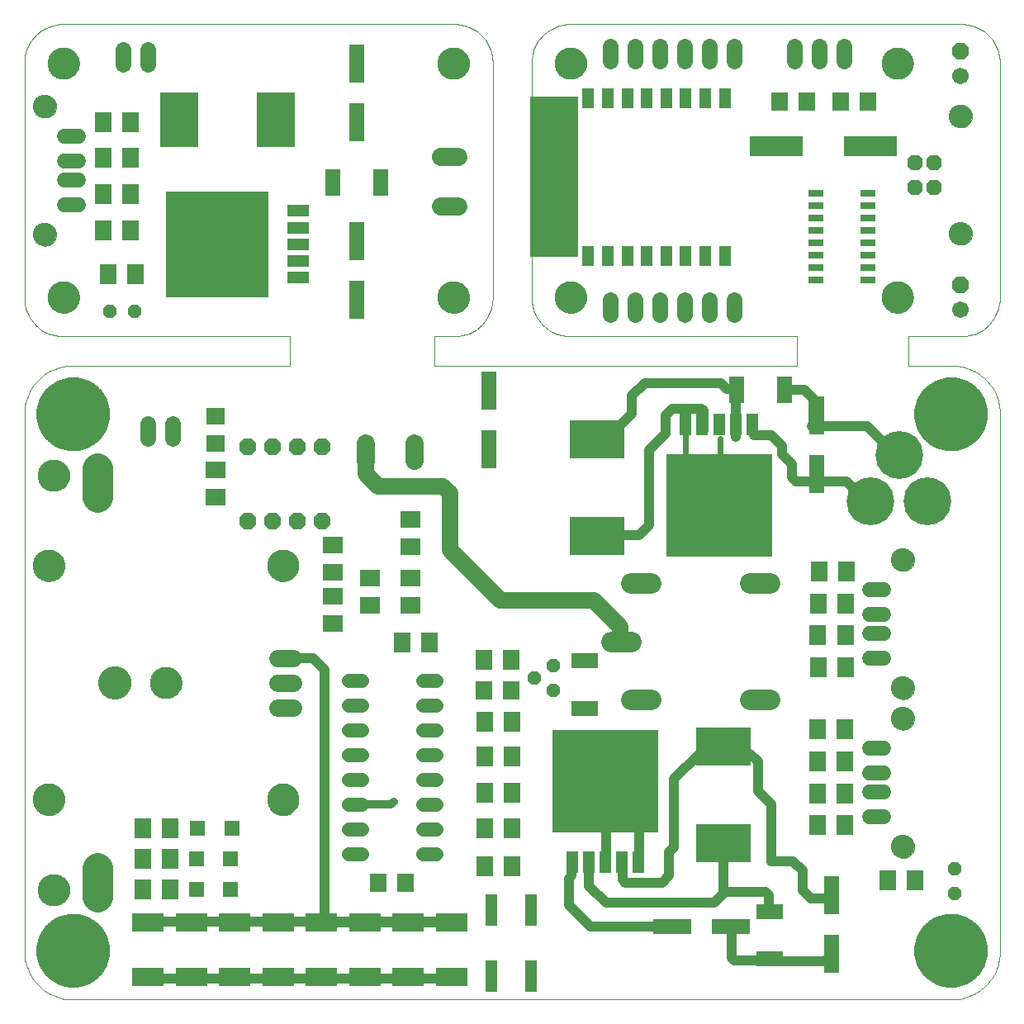
<source format=gts>
G75*
G70*
%OFA0B0*%
%FSLAX24Y24*%
%IPPOS*%
%LPD*%
%AMOC8*
5,1,8,0,0,1.08239X$1,22.5*
%
%ADD10C,0.0004*%
%ADD11C,0.0000*%
%ADD12C,0.1300*%
%ADD13C,0.1000*%
%ADD14C,0.0240*%
%ADD15C,0.0400*%
%ADD16C,0.0660*%
%ADD17C,0.0320*%
%ADD18R,0.1949X0.6457*%
%ADD19C,0.0700*%
%ADD20C,0.1340*%
%ADD21R,0.1300X0.0749*%
%ADD22C,0.0560*%
%ADD23R,0.0670X0.0827*%
%ADD24R,0.0670X0.0749*%
%ADD25R,0.4292X0.4138*%
%ADD26R,0.0460X0.0890*%
%ADD27R,0.1536X0.0591*%
%ADD28R,0.0591X0.1536*%
%ADD29R,0.2205X0.1556*%
%ADD30R,0.1064X0.0611*%
%ADD31C,0.0614*%
%ADD32C,0.0946*%
%ADD33C,0.1225*%
%ADD34OC8,0.0560*%
%ADD35R,0.0611X0.1064*%
%ADD36C,0.0820*%
%ADD37C,0.1930*%
%ADD38C,0.0640*%
%ADD39R,0.0631X0.0631*%
%ADD40R,0.0512X0.1300*%
%ADD41OC8,0.0670*%
%ADD42R,0.0827X0.0670*%
%ADD43R,0.0749X0.0670*%
%ADD44C,0.0745*%
%ADD45R,0.4138X0.4292*%
%ADD46R,0.0890X0.0460*%
%ADD47R,0.1556X0.2205*%
%ADD48R,0.0512X0.0827*%
%ADD49R,0.0640X0.0290*%
%ADD50OC8,0.0614*%
%ADD51R,0.2140X0.0800*%
%ADD52C,0.0670*%
D10*
X003610Y005453D02*
X003610Y027107D01*
X003611Y027201D01*
X003616Y027295D01*
X003625Y027389D01*
X003639Y027482D01*
X003658Y027575D01*
X003681Y027666D01*
X003709Y027756D01*
X003741Y027845D01*
X003777Y027932D01*
X003817Y028017D01*
X003862Y028100D01*
X003910Y028181D01*
X003963Y028259D01*
X004019Y028335D01*
X004079Y028407D01*
X004142Y028477D01*
X004209Y028544D01*
X004279Y028607D01*
X004351Y028667D01*
X004427Y028723D01*
X004505Y028776D01*
X004586Y028824D01*
X004669Y028869D01*
X004754Y028909D01*
X004841Y028945D01*
X004930Y028977D01*
X005020Y029005D01*
X005111Y029028D01*
X005204Y029047D01*
X005297Y029061D01*
X005391Y029070D01*
X005485Y029075D01*
X005579Y029076D01*
X005579Y029075D02*
X014319Y029075D01*
X014319Y030256D01*
X005185Y030256D01*
X005107Y030257D01*
X005030Y030261D01*
X004952Y030269D01*
X004876Y030281D01*
X004800Y030297D01*
X004724Y030317D01*
X004650Y030340D01*
X004577Y030367D01*
X004506Y030398D01*
X004436Y030433D01*
X004368Y030470D01*
X004302Y030512D01*
X004239Y030556D01*
X004177Y030604D01*
X004118Y030654D01*
X004062Y030708D01*
X004008Y030764D01*
X003958Y030823D01*
X003910Y030885D01*
X003866Y030948D01*
X003824Y031014D01*
X003787Y031082D01*
X003752Y031152D01*
X003721Y031223D01*
X003694Y031296D01*
X003671Y031370D01*
X003651Y031446D01*
X003635Y031522D01*
X003623Y031598D01*
X003615Y031676D01*
X003611Y031753D01*
X003610Y031831D01*
X003610Y041280D01*
X003611Y041358D01*
X003615Y041435D01*
X003623Y041513D01*
X003635Y041589D01*
X003651Y041665D01*
X003671Y041741D01*
X003694Y041815D01*
X003721Y041888D01*
X003752Y041959D01*
X003787Y042029D01*
X003824Y042097D01*
X003866Y042163D01*
X003910Y042226D01*
X003958Y042288D01*
X004008Y042347D01*
X004062Y042403D01*
X004118Y042457D01*
X004177Y042507D01*
X004239Y042555D01*
X004302Y042599D01*
X004368Y042641D01*
X004436Y042678D01*
X004506Y042713D01*
X004577Y042744D01*
X004650Y042771D01*
X004724Y042794D01*
X004800Y042814D01*
X004876Y042830D01*
X004952Y042842D01*
X005030Y042850D01*
X005107Y042854D01*
X005185Y042855D01*
X020933Y042855D01*
X021011Y042854D01*
X021088Y042850D01*
X021166Y042842D01*
X021242Y042830D01*
X021318Y042814D01*
X021394Y042794D01*
X021468Y042771D01*
X021541Y042744D01*
X021612Y042713D01*
X021682Y042678D01*
X021750Y042641D01*
X021816Y042599D01*
X021879Y042555D01*
X021941Y042507D01*
X022000Y042457D01*
X022056Y042403D01*
X022110Y042347D01*
X022160Y042288D01*
X022208Y042226D01*
X022252Y042163D01*
X022294Y042097D01*
X022331Y042029D01*
X022366Y041959D01*
X022397Y041888D01*
X022424Y041815D01*
X022447Y041741D01*
X022467Y041665D01*
X022483Y041589D01*
X022495Y041513D01*
X022503Y041435D01*
X022507Y041358D01*
X022508Y041280D01*
X022508Y031831D01*
X022507Y031753D01*
X022503Y031676D01*
X022495Y031598D01*
X022483Y031522D01*
X022467Y031446D01*
X022447Y031370D01*
X022424Y031296D01*
X022397Y031223D01*
X022366Y031152D01*
X022331Y031082D01*
X022294Y031014D01*
X022252Y030948D01*
X022208Y030885D01*
X022160Y030823D01*
X022110Y030764D01*
X022056Y030708D01*
X022000Y030654D01*
X021941Y030604D01*
X021879Y030556D01*
X021816Y030512D01*
X021750Y030470D01*
X021682Y030433D01*
X021612Y030398D01*
X021541Y030367D01*
X021468Y030340D01*
X021394Y030317D01*
X021318Y030297D01*
X021242Y030281D01*
X021166Y030269D01*
X021088Y030261D01*
X021011Y030257D01*
X020933Y030256D01*
X020146Y030256D01*
X020146Y029075D01*
X034791Y029075D01*
X034791Y030256D01*
X025657Y030256D01*
X025579Y030257D01*
X025502Y030261D01*
X025424Y030269D01*
X025348Y030281D01*
X025272Y030297D01*
X025196Y030317D01*
X025122Y030340D01*
X025049Y030367D01*
X024978Y030398D01*
X024908Y030433D01*
X024840Y030470D01*
X024774Y030512D01*
X024711Y030556D01*
X024649Y030604D01*
X024590Y030654D01*
X024534Y030708D01*
X024480Y030764D01*
X024430Y030823D01*
X024382Y030885D01*
X024338Y030948D01*
X024296Y031014D01*
X024259Y031082D01*
X024224Y031152D01*
X024193Y031223D01*
X024166Y031296D01*
X024143Y031370D01*
X024123Y031446D01*
X024107Y031522D01*
X024095Y031598D01*
X024087Y031676D01*
X024083Y031753D01*
X024082Y031831D01*
X024083Y031831D02*
X024083Y041280D01*
X024082Y041280D02*
X024083Y041358D01*
X024087Y041435D01*
X024095Y041513D01*
X024107Y041589D01*
X024123Y041665D01*
X024143Y041741D01*
X024166Y041815D01*
X024193Y041888D01*
X024224Y041959D01*
X024259Y042029D01*
X024296Y042097D01*
X024338Y042163D01*
X024382Y042226D01*
X024430Y042288D01*
X024480Y042347D01*
X024534Y042403D01*
X024590Y042457D01*
X024649Y042507D01*
X024711Y042555D01*
X024774Y042599D01*
X024840Y042641D01*
X024908Y042678D01*
X024978Y042713D01*
X025049Y042744D01*
X025122Y042771D01*
X025196Y042794D01*
X025272Y042814D01*
X025348Y042830D01*
X025424Y042842D01*
X025502Y042850D01*
X025579Y042854D01*
X025657Y042855D01*
X041406Y042855D01*
X041484Y042854D01*
X041561Y042850D01*
X041639Y042842D01*
X041715Y042830D01*
X041791Y042814D01*
X041867Y042794D01*
X041941Y042771D01*
X042014Y042744D01*
X042085Y042713D01*
X042155Y042678D01*
X042223Y042641D01*
X042289Y042599D01*
X042352Y042555D01*
X042414Y042507D01*
X042473Y042457D01*
X042529Y042403D01*
X042583Y042347D01*
X042633Y042288D01*
X042681Y042226D01*
X042725Y042163D01*
X042767Y042097D01*
X042804Y042029D01*
X042839Y041959D01*
X042870Y041888D01*
X042897Y041815D01*
X042920Y041741D01*
X042940Y041665D01*
X042956Y041589D01*
X042968Y041513D01*
X042976Y041435D01*
X042980Y041358D01*
X042981Y041280D01*
X042980Y041280D02*
X042980Y031831D01*
X042981Y031831D02*
X042980Y031753D01*
X042976Y031676D01*
X042968Y031598D01*
X042956Y031522D01*
X042940Y031446D01*
X042920Y031370D01*
X042897Y031296D01*
X042870Y031223D01*
X042839Y031152D01*
X042804Y031082D01*
X042767Y031014D01*
X042725Y030948D01*
X042681Y030885D01*
X042633Y030823D01*
X042583Y030764D01*
X042529Y030708D01*
X042473Y030654D01*
X042414Y030604D01*
X042352Y030556D01*
X042289Y030512D01*
X042223Y030470D01*
X042155Y030433D01*
X042085Y030398D01*
X042014Y030367D01*
X041941Y030340D01*
X041867Y030317D01*
X041791Y030297D01*
X041715Y030281D01*
X041639Y030269D01*
X041561Y030261D01*
X041484Y030257D01*
X041406Y030256D01*
X039280Y030256D01*
X039280Y029075D01*
X041012Y029075D01*
X041012Y029076D02*
X041106Y029075D01*
X041200Y029070D01*
X041294Y029061D01*
X041387Y029047D01*
X041480Y029028D01*
X041571Y029005D01*
X041661Y028977D01*
X041750Y028945D01*
X041837Y028909D01*
X041922Y028869D01*
X042005Y028824D01*
X042086Y028776D01*
X042164Y028723D01*
X042240Y028667D01*
X042312Y028607D01*
X042382Y028544D01*
X042449Y028477D01*
X042512Y028407D01*
X042572Y028335D01*
X042628Y028259D01*
X042681Y028181D01*
X042729Y028100D01*
X042774Y028017D01*
X042814Y027932D01*
X042850Y027845D01*
X042882Y027756D01*
X042910Y027666D01*
X042933Y027575D01*
X042952Y027482D01*
X042966Y027389D01*
X042975Y027295D01*
X042980Y027201D01*
X042981Y027107D01*
X042980Y027107D02*
X042980Y005453D01*
X042981Y005453D02*
X042980Y005359D01*
X042975Y005265D01*
X042966Y005171D01*
X042952Y005078D01*
X042933Y004985D01*
X042910Y004894D01*
X042882Y004804D01*
X042850Y004715D01*
X042814Y004628D01*
X042774Y004543D01*
X042729Y004460D01*
X042681Y004379D01*
X042628Y004301D01*
X042572Y004225D01*
X042512Y004153D01*
X042449Y004083D01*
X042382Y004016D01*
X042312Y003953D01*
X042240Y003893D01*
X042164Y003837D01*
X042086Y003784D01*
X042005Y003736D01*
X041922Y003691D01*
X041837Y003651D01*
X041750Y003615D01*
X041661Y003583D01*
X041571Y003555D01*
X041480Y003532D01*
X041387Y003513D01*
X041294Y003499D01*
X041200Y003490D01*
X041106Y003485D01*
X041012Y003484D01*
X041012Y003485D02*
X005579Y003485D01*
X005579Y003484D02*
X005485Y003485D01*
X005391Y003490D01*
X005297Y003499D01*
X005204Y003513D01*
X005111Y003532D01*
X005020Y003555D01*
X004930Y003583D01*
X004841Y003615D01*
X004754Y003651D01*
X004669Y003691D01*
X004586Y003736D01*
X004505Y003784D01*
X004427Y003837D01*
X004351Y003893D01*
X004279Y003953D01*
X004209Y004016D01*
X004142Y004083D01*
X004079Y004153D01*
X004019Y004225D01*
X003963Y004301D01*
X003910Y004379D01*
X003862Y004460D01*
X003817Y004543D01*
X003777Y004628D01*
X003741Y004715D01*
X003709Y004804D01*
X003681Y004894D01*
X003658Y004985D01*
X003639Y005078D01*
X003625Y005171D01*
X003616Y005265D01*
X003611Y005359D01*
X003610Y005453D01*
D11*
X004949Y005453D02*
X004951Y005503D01*
X004957Y005553D01*
X004967Y005602D01*
X004981Y005650D01*
X004998Y005697D01*
X005019Y005742D01*
X005044Y005786D01*
X005072Y005827D01*
X005104Y005866D01*
X005138Y005903D01*
X005175Y005937D01*
X005215Y005967D01*
X005257Y005994D01*
X005301Y006018D01*
X005347Y006039D01*
X005394Y006055D01*
X005442Y006068D01*
X005492Y006077D01*
X005541Y006082D01*
X005592Y006083D01*
X005642Y006080D01*
X005691Y006073D01*
X005740Y006062D01*
X005788Y006047D01*
X005834Y006029D01*
X005879Y006007D01*
X005922Y005981D01*
X005963Y005952D01*
X006002Y005920D01*
X006038Y005885D01*
X006070Y005847D01*
X006100Y005807D01*
X006127Y005764D01*
X006150Y005720D01*
X006169Y005674D01*
X006185Y005626D01*
X006197Y005577D01*
X006205Y005528D01*
X006209Y005478D01*
X006209Y005428D01*
X006205Y005378D01*
X006197Y005329D01*
X006185Y005280D01*
X006169Y005232D01*
X006150Y005186D01*
X006127Y005142D01*
X006100Y005099D01*
X006070Y005059D01*
X006038Y005021D01*
X006002Y004986D01*
X005963Y004954D01*
X005922Y004925D01*
X005879Y004899D01*
X005834Y004877D01*
X005788Y004859D01*
X005740Y004844D01*
X005691Y004833D01*
X005642Y004826D01*
X005592Y004823D01*
X005541Y004824D01*
X005492Y004829D01*
X005442Y004838D01*
X005394Y004851D01*
X005347Y004867D01*
X005301Y004888D01*
X005257Y004912D01*
X005215Y004939D01*
X005175Y004969D01*
X005138Y005003D01*
X005104Y005040D01*
X005072Y005079D01*
X005044Y005120D01*
X005019Y005164D01*
X004998Y005209D01*
X004981Y005256D01*
X004967Y005304D01*
X004957Y005353D01*
X004951Y005403D01*
X004949Y005453D01*
X004161Y007914D02*
X004163Y007964D01*
X004169Y008014D01*
X004179Y008063D01*
X004193Y008111D01*
X004210Y008158D01*
X004231Y008203D01*
X004256Y008247D01*
X004284Y008288D01*
X004316Y008327D01*
X004350Y008364D01*
X004387Y008398D01*
X004427Y008428D01*
X004469Y008455D01*
X004513Y008479D01*
X004559Y008500D01*
X004606Y008516D01*
X004654Y008529D01*
X004704Y008538D01*
X004753Y008543D01*
X004804Y008544D01*
X004854Y008541D01*
X004903Y008534D01*
X004952Y008523D01*
X005000Y008508D01*
X005046Y008490D01*
X005091Y008468D01*
X005134Y008442D01*
X005175Y008413D01*
X005214Y008381D01*
X005250Y008346D01*
X005282Y008308D01*
X005312Y008268D01*
X005339Y008225D01*
X005362Y008181D01*
X005381Y008135D01*
X005397Y008087D01*
X005409Y008038D01*
X005417Y007989D01*
X005421Y007939D01*
X005421Y007889D01*
X005417Y007839D01*
X005409Y007790D01*
X005397Y007741D01*
X005381Y007693D01*
X005362Y007647D01*
X005339Y007603D01*
X005312Y007560D01*
X005282Y007520D01*
X005250Y007482D01*
X005214Y007447D01*
X005175Y007415D01*
X005134Y007386D01*
X005091Y007360D01*
X005046Y007338D01*
X005000Y007320D01*
X004952Y007305D01*
X004903Y007294D01*
X004854Y007287D01*
X004804Y007284D01*
X004753Y007285D01*
X004704Y007290D01*
X004654Y007299D01*
X004606Y007312D01*
X004559Y007328D01*
X004513Y007349D01*
X004469Y007373D01*
X004427Y007400D01*
X004387Y007430D01*
X004350Y007464D01*
X004316Y007501D01*
X004284Y007540D01*
X004256Y007581D01*
X004231Y007625D01*
X004210Y007670D01*
X004193Y007717D01*
X004179Y007765D01*
X004169Y007814D01*
X004163Y007864D01*
X004161Y007914D01*
X003964Y011555D02*
X003966Y011605D01*
X003972Y011655D01*
X003982Y011704D01*
X003996Y011752D01*
X004013Y011799D01*
X004034Y011844D01*
X004059Y011888D01*
X004087Y011929D01*
X004119Y011968D01*
X004153Y012005D01*
X004190Y012039D01*
X004230Y012069D01*
X004272Y012096D01*
X004316Y012120D01*
X004362Y012141D01*
X004409Y012157D01*
X004457Y012170D01*
X004507Y012179D01*
X004556Y012184D01*
X004607Y012185D01*
X004657Y012182D01*
X004706Y012175D01*
X004755Y012164D01*
X004803Y012149D01*
X004849Y012131D01*
X004894Y012109D01*
X004937Y012083D01*
X004978Y012054D01*
X005017Y012022D01*
X005053Y011987D01*
X005085Y011949D01*
X005115Y011909D01*
X005142Y011866D01*
X005165Y011822D01*
X005184Y011776D01*
X005200Y011728D01*
X005212Y011679D01*
X005220Y011630D01*
X005224Y011580D01*
X005224Y011530D01*
X005220Y011480D01*
X005212Y011431D01*
X005200Y011382D01*
X005184Y011334D01*
X005165Y011288D01*
X005142Y011244D01*
X005115Y011201D01*
X005085Y011161D01*
X005053Y011123D01*
X005017Y011088D01*
X004978Y011056D01*
X004937Y011027D01*
X004894Y011001D01*
X004849Y010979D01*
X004803Y010961D01*
X004755Y010946D01*
X004706Y010935D01*
X004657Y010928D01*
X004607Y010925D01*
X004556Y010926D01*
X004507Y010931D01*
X004457Y010940D01*
X004409Y010953D01*
X004362Y010969D01*
X004316Y010990D01*
X004272Y011014D01*
X004230Y011041D01*
X004190Y011071D01*
X004153Y011105D01*
X004119Y011142D01*
X004087Y011181D01*
X004059Y011222D01*
X004034Y011266D01*
X004013Y011311D01*
X003996Y011358D01*
X003982Y011406D01*
X003972Y011455D01*
X003966Y011505D01*
X003964Y011555D01*
X006592Y016280D02*
X006594Y016330D01*
X006600Y016380D01*
X006610Y016430D01*
X006623Y016478D01*
X006640Y016526D01*
X006661Y016572D01*
X006685Y016616D01*
X006713Y016658D01*
X006744Y016698D01*
X006778Y016735D01*
X006815Y016770D01*
X006854Y016801D01*
X006895Y016830D01*
X006939Y016855D01*
X006985Y016877D01*
X007032Y016895D01*
X007080Y016909D01*
X007129Y016920D01*
X007179Y016927D01*
X007229Y016930D01*
X007280Y016929D01*
X007330Y016924D01*
X007380Y016915D01*
X007428Y016903D01*
X007476Y016886D01*
X007522Y016866D01*
X007567Y016843D01*
X007610Y016816D01*
X007650Y016786D01*
X007688Y016753D01*
X007723Y016717D01*
X007756Y016678D01*
X007785Y016637D01*
X007811Y016594D01*
X007834Y016549D01*
X007853Y016502D01*
X007868Y016454D01*
X007880Y016405D01*
X007888Y016355D01*
X007892Y016305D01*
X007892Y016255D01*
X007888Y016205D01*
X007880Y016155D01*
X007868Y016106D01*
X007853Y016058D01*
X007834Y016011D01*
X007811Y015966D01*
X007785Y015923D01*
X007756Y015882D01*
X007723Y015843D01*
X007688Y015807D01*
X007650Y015774D01*
X007610Y015744D01*
X007567Y015717D01*
X007522Y015694D01*
X007476Y015674D01*
X007428Y015657D01*
X007380Y015645D01*
X007330Y015636D01*
X007280Y015631D01*
X007229Y015630D01*
X007179Y015633D01*
X007129Y015640D01*
X007080Y015651D01*
X007032Y015665D01*
X006985Y015683D01*
X006939Y015705D01*
X006895Y015730D01*
X006854Y015759D01*
X006815Y015790D01*
X006778Y015825D01*
X006744Y015862D01*
X006713Y015902D01*
X006685Y015944D01*
X006661Y015988D01*
X006640Y016034D01*
X006623Y016082D01*
X006610Y016130D01*
X006600Y016180D01*
X006594Y016230D01*
X006592Y016280D01*
X008689Y016280D02*
X008691Y016330D01*
X008697Y016380D01*
X008707Y016429D01*
X008721Y016477D01*
X008738Y016524D01*
X008759Y016569D01*
X008784Y016613D01*
X008812Y016654D01*
X008844Y016693D01*
X008878Y016730D01*
X008915Y016764D01*
X008955Y016794D01*
X008997Y016821D01*
X009041Y016845D01*
X009087Y016866D01*
X009134Y016882D01*
X009182Y016895D01*
X009232Y016904D01*
X009281Y016909D01*
X009332Y016910D01*
X009382Y016907D01*
X009431Y016900D01*
X009480Y016889D01*
X009528Y016874D01*
X009574Y016856D01*
X009619Y016834D01*
X009662Y016808D01*
X009703Y016779D01*
X009742Y016747D01*
X009778Y016712D01*
X009810Y016674D01*
X009840Y016634D01*
X009867Y016591D01*
X009890Y016547D01*
X009909Y016501D01*
X009925Y016453D01*
X009937Y016404D01*
X009945Y016355D01*
X009949Y016305D01*
X009949Y016255D01*
X009945Y016205D01*
X009937Y016156D01*
X009925Y016107D01*
X009909Y016059D01*
X009890Y016013D01*
X009867Y015969D01*
X009840Y015926D01*
X009810Y015886D01*
X009778Y015848D01*
X009742Y015813D01*
X009703Y015781D01*
X009662Y015752D01*
X009619Y015726D01*
X009574Y015704D01*
X009528Y015686D01*
X009480Y015671D01*
X009431Y015660D01*
X009382Y015653D01*
X009332Y015650D01*
X009281Y015651D01*
X009232Y015656D01*
X009182Y015665D01*
X009134Y015678D01*
X009087Y015694D01*
X009041Y015715D01*
X008997Y015739D01*
X008955Y015766D01*
X008915Y015796D01*
X008878Y015830D01*
X008844Y015867D01*
X008812Y015906D01*
X008784Y015947D01*
X008759Y015991D01*
X008738Y016036D01*
X008721Y016083D01*
X008707Y016131D01*
X008697Y016180D01*
X008691Y016230D01*
X008689Y016280D01*
X003964Y021004D02*
X003966Y021054D01*
X003972Y021104D01*
X003982Y021153D01*
X003996Y021201D01*
X004013Y021248D01*
X004034Y021293D01*
X004059Y021337D01*
X004087Y021378D01*
X004119Y021417D01*
X004153Y021454D01*
X004190Y021488D01*
X004230Y021518D01*
X004272Y021545D01*
X004316Y021569D01*
X004362Y021590D01*
X004409Y021606D01*
X004457Y021619D01*
X004507Y021628D01*
X004556Y021633D01*
X004607Y021634D01*
X004657Y021631D01*
X004706Y021624D01*
X004755Y021613D01*
X004803Y021598D01*
X004849Y021580D01*
X004894Y021558D01*
X004937Y021532D01*
X004978Y021503D01*
X005017Y021471D01*
X005053Y021436D01*
X005085Y021398D01*
X005115Y021358D01*
X005142Y021315D01*
X005165Y021271D01*
X005184Y021225D01*
X005200Y021177D01*
X005212Y021128D01*
X005220Y021079D01*
X005224Y021029D01*
X005224Y020979D01*
X005220Y020929D01*
X005212Y020880D01*
X005200Y020831D01*
X005184Y020783D01*
X005165Y020737D01*
X005142Y020693D01*
X005115Y020650D01*
X005085Y020610D01*
X005053Y020572D01*
X005017Y020537D01*
X004978Y020505D01*
X004937Y020476D01*
X004894Y020450D01*
X004849Y020428D01*
X004803Y020410D01*
X004755Y020395D01*
X004706Y020384D01*
X004657Y020377D01*
X004607Y020374D01*
X004556Y020375D01*
X004507Y020380D01*
X004457Y020389D01*
X004409Y020402D01*
X004362Y020418D01*
X004316Y020439D01*
X004272Y020463D01*
X004230Y020490D01*
X004190Y020520D01*
X004153Y020554D01*
X004119Y020591D01*
X004087Y020630D01*
X004059Y020671D01*
X004034Y020715D01*
X004013Y020760D01*
X003996Y020807D01*
X003982Y020855D01*
X003972Y020904D01*
X003966Y020954D01*
X003964Y021004D01*
X004161Y024646D02*
X004163Y024696D01*
X004169Y024746D01*
X004179Y024795D01*
X004193Y024843D01*
X004210Y024890D01*
X004231Y024935D01*
X004256Y024979D01*
X004284Y025020D01*
X004316Y025059D01*
X004350Y025096D01*
X004387Y025130D01*
X004427Y025160D01*
X004469Y025187D01*
X004513Y025211D01*
X004559Y025232D01*
X004606Y025248D01*
X004654Y025261D01*
X004704Y025270D01*
X004753Y025275D01*
X004804Y025276D01*
X004854Y025273D01*
X004903Y025266D01*
X004952Y025255D01*
X005000Y025240D01*
X005046Y025222D01*
X005091Y025200D01*
X005134Y025174D01*
X005175Y025145D01*
X005214Y025113D01*
X005250Y025078D01*
X005282Y025040D01*
X005312Y025000D01*
X005339Y024957D01*
X005362Y024913D01*
X005381Y024867D01*
X005397Y024819D01*
X005409Y024770D01*
X005417Y024721D01*
X005421Y024671D01*
X005421Y024621D01*
X005417Y024571D01*
X005409Y024522D01*
X005397Y024473D01*
X005381Y024425D01*
X005362Y024379D01*
X005339Y024335D01*
X005312Y024292D01*
X005282Y024252D01*
X005250Y024214D01*
X005214Y024179D01*
X005175Y024147D01*
X005134Y024118D01*
X005091Y024092D01*
X005046Y024070D01*
X005000Y024052D01*
X004952Y024037D01*
X004903Y024026D01*
X004854Y024019D01*
X004804Y024016D01*
X004753Y024017D01*
X004704Y024022D01*
X004654Y024031D01*
X004606Y024044D01*
X004559Y024060D01*
X004513Y024081D01*
X004469Y024105D01*
X004427Y024132D01*
X004387Y024162D01*
X004350Y024196D01*
X004316Y024233D01*
X004284Y024272D01*
X004256Y024313D01*
X004231Y024357D01*
X004210Y024402D01*
X004193Y024449D01*
X004179Y024497D01*
X004169Y024546D01*
X004163Y024596D01*
X004161Y024646D01*
X004949Y027107D02*
X004951Y027157D01*
X004957Y027207D01*
X004967Y027256D01*
X004981Y027304D01*
X004998Y027351D01*
X005019Y027396D01*
X005044Y027440D01*
X005072Y027481D01*
X005104Y027520D01*
X005138Y027557D01*
X005175Y027591D01*
X005215Y027621D01*
X005257Y027648D01*
X005301Y027672D01*
X005347Y027693D01*
X005394Y027709D01*
X005442Y027722D01*
X005492Y027731D01*
X005541Y027736D01*
X005592Y027737D01*
X005642Y027734D01*
X005691Y027727D01*
X005740Y027716D01*
X005788Y027701D01*
X005834Y027683D01*
X005879Y027661D01*
X005922Y027635D01*
X005963Y027606D01*
X006002Y027574D01*
X006038Y027539D01*
X006070Y027501D01*
X006100Y027461D01*
X006127Y027418D01*
X006150Y027374D01*
X006169Y027328D01*
X006185Y027280D01*
X006197Y027231D01*
X006205Y027182D01*
X006209Y027132D01*
X006209Y027082D01*
X006205Y027032D01*
X006197Y026983D01*
X006185Y026934D01*
X006169Y026886D01*
X006150Y026840D01*
X006127Y026796D01*
X006100Y026753D01*
X006070Y026713D01*
X006038Y026675D01*
X006002Y026640D01*
X005963Y026608D01*
X005922Y026579D01*
X005879Y026553D01*
X005834Y026531D01*
X005788Y026513D01*
X005740Y026498D01*
X005691Y026487D01*
X005642Y026480D01*
X005592Y026477D01*
X005541Y026478D01*
X005492Y026483D01*
X005442Y026492D01*
X005394Y026505D01*
X005347Y026521D01*
X005301Y026542D01*
X005257Y026566D01*
X005215Y026593D01*
X005175Y026623D01*
X005138Y026657D01*
X005104Y026694D01*
X005072Y026733D01*
X005044Y026774D01*
X005019Y026818D01*
X004998Y026863D01*
X004981Y026910D01*
X004967Y026958D01*
X004957Y027007D01*
X004951Y027057D01*
X004949Y027107D01*
X004555Y031831D02*
X004557Y031881D01*
X004563Y031931D01*
X004573Y031980D01*
X004587Y032028D01*
X004604Y032075D01*
X004625Y032120D01*
X004650Y032164D01*
X004678Y032205D01*
X004710Y032244D01*
X004744Y032281D01*
X004781Y032315D01*
X004821Y032345D01*
X004863Y032372D01*
X004907Y032396D01*
X004953Y032417D01*
X005000Y032433D01*
X005048Y032446D01*
X005098Y032455D01*
X005147Y032460D01*
X005198Y032461D01*
X005248Y032458D01*
X005297Y032451D01*
X005346Y032440D01*
X005394Y032425D01*
X005440Y032407D01*
X005485Y032385D01*
X005528Y032359D01*
X005569Y032330D01*
X005608Y032298D01*
X005644Y032263D01*
X005676Y032225D01*
X005706Y032185D01*
X005733Y032142D01*
X005756Y032098D01*
X005775Y032052D01*
X005791Y032004D01*
X005803Y031955D01*
X005811Y031906D01*
X005815Y031856D01*
X005815Y031806D01*
X005811Y031756D01*
X005803Y031707D01*
X005791Y031658D01*
X005775Y031610D01*
X005756Y031564D01*
X005733Y031520D01*
X005706Y031477D01*
X005676Y031437D01*
X005644Y031399D01*
X005608Y031364D01*
X005569Y031332D01*
X005528Y031303D01*
X005485Y031277D01*
X005440Y031255D01*
X005394Y031237D01*
X005346Y031222D01*
X005297Y031211D01*
X005248Y031204D01*
X005198Y031201D01*
X005147Y031202D01*
X005098Y031207D01*
X005048Y031216D01*
X005000Y031229D01*
X004953Y031245D01*
X004907Y031266D01*
X004863Y031290D01*
X004821Y031317D01*
X004781Y031347D01*
X004744Y031381D01*
X004710Y031418D01*
X004678Y031457D01*
X004650Y031498D01*
X004625Y031542D01*
X004604Y031587D01*
X004587Y031634D01*
X004573Y031682D01*
X004563Y031731D01*
X004557Y031781D01*
X004555Y031831D01*
X003984Y034362D02*
X003986Y034404D01*
X003992Y034446D01*
X004002Y034488D01*
X004015Y034528D01*
X004033Y034567D01*
X004054Y034604D01*
X004078Y034638D01*
X004106Y034671D01*
X004136Y034701D01*
X004169Y034727D01*
X004204Y034751D01*
X004242Y034771D01*
X004281Y034787D01*
X004321Y034800D01*
X004363Y034809D01*
X004405Y034814D01*
X004448Y034815D01*
X004490Y034812D01*
X004532Y034805D01*
X004573Y034794D01*
X004613Y034779D01*
X004651Y034761D01*
X004688Y034739D01*
X004722Y034714D01*
X004754Y034686D01*
X004782Y034655D01*
X004808Y034621D01*
X004831Y034585D01*
X004850Y034548D01*
X004866Y034508D01*
X004878Y034467D01*
X004886Y034426D01*
X004890Y034383D01*
X004890Y034341D01*
X004886Y034298D01*
X004878Y034257D01*
X004866Y034216D01*
X004850Y034176D01*
X004831Y034139D01*
X004808Y034103D01*
X004782Y034069D01*
X004754Y034038D01*
X004722Y034010D01*
X004688Y033985D01*
X004651Y033963D01*
X004613Y033945D01*
X004573Y033930D01*
X004532Y033919D01*
X004490Y033912D01*
X004448Y033909D01*
X004405Y033910D01*
X004363Y033915D01*
X004321Y033924D01*
X004281Y033937D01*
X004242Y033953D01*
X004204Y033973D01*
X004169Y033997D01*
X004136Y034023D01*
X004106Y034053D01*
X004078Y034086D01*
X004054Y034120D01*
X004033Y034157D01*
X004015Y034196D01*
X004002Y034236D01*
X003992Y034278D01*
X003986Y034320D01*
X003984Y034362D01*
X003984Y039536D02*
X003986Y039578D01*
X003992Y039620D01*
X004002Y039662D01*
X004015Y039702D01*
X004033Y039741D01*
X004054Y039778D01*
X004078Y039812D01*
X004106Y039845D01*
X004136Y039875D01*
X004169Y039901D01*
X004204Y039925D01*
X004242Y039945D01*
X004281Y039961D01*
X004321Y039974D01*
X004363Y039983D01*
X004405Y039988D01*
X004448Y039989D01*
X004490Y039986D01*
X004532Y039979D01*
X004573Y039968D01*
X004613Y039953D01*
X004651Y039935D01*
X004688Y039913D01*
X004722Y039888D01*
X004754Y039860D01*
X004782Y039829D01*
X004808Y039795D01*
X004831Y039759D01*
X004850Y039722D01*
X004866Y039682D01*
X004878Y039641D01*
X004886Y039600D01*
X004890Y039557D01*
X004890Y039515D01*
X004886Y039472D01*
X004878Y039431D01*
X004866Y039390D01*
X004850Y039350D01*
X004831Y039313D01*
X004808Y039277D01*
X004782Y039243D01*
X004754Y039212D01*
X004722Y039184D01*
X004688Y039159D01*
X004651Y039137D01*
X004613Y039119D01*
X004573Y039104D01*
X004532Y039093D01*
X004490Y039086D01*
X004448Y039083D01*
X004405Y039084D01*
X004363Y039089D01*
X004321Y039098D01*
X004281Y039111D01*
X004242Y039127D01*
X004204Y039147D01*
X004169Y039171D01*
X004136Y039197D01*
X004106Y039227D01*
X004078Y039260D01*
X004054Y039294D01*
X004033Y039331D01*
X004015Y039370D01*
X004002Y039410D01*
X003992Y039452D01*
X003986Y039494D01*
X003984Y039536D01*
X004555Y041280D02*
X004557Y041330D01*
X004563Y041380D01*
X004573Y041429D01*
X004587Y041477D01*
X004604Y041524D01*
X004625Y041569D01*
X004650Y041613D01*
X004678Y041654D01*
X004710Y041693D01*
X004744Y041730D01*
X004781Y041764D01*
X004821Y041794D01*
X004863Y041821D01*
X004907Y041845D01*
X004953Y041866D01*
X005000Y041882D01*
X005048Y041895D01*
X005098Y041904D01*
X005147Y041909D01*
X005198Y041910D01*
X005248Y041907D01*
X005297Y041900D01*
X005346Y041889D01*
X005394Y041874D01*
X005440Y041856D01*
X005485Y041834D01*
X005528Y041808D01*
X005569Y041779D01*
X005608Y041747D01*
X005644Y041712D01*
X005676Y041674D01*
X005706Y041634D01*
X005733Y041591D01*
X005756Y041547D01*
X005775Y041501D01*
X005791Y041453D01*
X005803Y041404D01*
X005811Y041355D01*
X005815Y041305D01*
X005815Y041255D01*
X005811Y041205D01*
X005803Y041156D01*
X005791Y041107D01*
X005775Y041059D01*
X005756Y041013D01*
X005733Y040969D01*
X005706Y040926D01*
X005676Y040886D01*
X005644Y040848D01*
X005608Y040813D01*
X005569Y040781D01*
X005528Y040752D01*
X005485Y040726D01*
X005440Y040704D01*
X005394Y040686D01*
X005346Y040671D01*
X005297Y040660D01*
X005248Y040653D01*
X005198Y040650D01*
X005147Y040651D01*
X005098Y040656D01*
X005048Y040665D01*
X005000Y040678D01*
X004953Y040694D01*
X004907Y040715D01*
X004863Y040739D01*
X004821Y040766D01*
X004781Y040796D01*
X004744Y040830D01*
X004710Y040867D01*
X004678Y040906D01*
X004650Y040947D01*
X004625Y040991D01*
X004604Y041036D01*
X004587Y041083D01*
X004573Y041131D01*
X004563Y041180D01*
X004557Y041230D01*
X004555Y041280D01*
X020303Y041280D02*
X020305Y041330D01*
X020311Y041380D01*
X020321Y041429D01*
X020335Y041477D01*
X020352Y041524D01*
X020373Y041569D01*
X020398Y041613D01*
X020426Y041654D01*
X020458Y041693D01*
X020492Y041730D01*
X020529Y041764D01*
X020569Y041794D01*
X020611Y041821D01*
X020655Y041845D01*
X020701Y041866D01*
X020748Y041882D01*
X020796Y041895D01*
X020846Y041904D01*
X020895Y041909D01*
X020946Y041910D01*
X020996Y041907D01*
X021045Y041900D01*
X021094Y041889D01*
X021142Y041874D01*
X021188Y041856D01*
X021233Y041834D01*
X021276Y041808D01*
X021317Y041779D01*
X021356Y041747D01*
X021392Y041712D01*
X021424Y041674D01*
X021454Y041634D01*
X021481Y041591D01*
X021504Y041547D01*
X021523Y041501D01*
X021539Y041453D01*
X021551Y041404D01*
X021559Y041355D01*
X021563Y041305D01*
X021563Y041255D01*
X021559Y041205D01*
X021551Y041156D01*
X021539Y041107D01*
X021523Y041059D01*
X021504Y041013D01*
X021481Y040969D01*
X021454Y040926D01*
X021424Y040886D01*
X021392Y040848D01*
X021356Y040813D01*
X021317Y040781D01*
X021276Y040752D01*
X021233Y040726D01*
X021188Y040704D01*
X021142Y040686D01*
X021094Y040671D01*
X021045Y040660D01*
X020996Y040653D01*
X020946Y040650D01*
X020895Y040651D01*
X020846Y040656D01*
X020796Y040665D01*
X020748Y040678D01*
X020701Y040694D01*
X020655Y040715D01*
X020611Y040739D01*
X020569Y040766D01*
X020529Y040796D01*
X020492Y040830D01*
X020458Y040867D01*
X020426Y040906D01*
X020398Y040947D01*
X020373Y040991D01*
X020352Y041036D01*
X020335Y041083D01*
X020321Y041131D01*
X020311Y041180D01*
X020305Y041230D01*
X020303Y041280D01*
X025027Y041280D02*
X025029Y041330D01*
X025035Y041380D01*
X025045Y041429D01*
X025059Y041477D01*
X025076Y041524D01*
X025097Y041569D01*
X025122Y041613D01*
X025150Y041654D01*
X025182Y041693D01*
X025216Y041730D01*
X025253Y041764D01*
X025293Y041794D01*
X025335Y041821D01*
X025379Y041845D01*
X025425Y041866D01*
X025472Y041882D01*
X025520Y041895D01*
X025570Y041904D01*
X025619Y041909D01*
X025670Y041910D01*
X025720Y041907D01*
X025769Y041900D01*
X025818Y041889D01*
X025866Y041874D01*
X025912Y041856D01*
X025957Y041834D01*
X026000Y041808D01*
X026041Y041779D01*
X026080Y041747D01*
X026116Y041712D01*
X026148Y041674D01*
X026178Y041634D01*
X026205Y041591D01*
X026228Y041547D01*
X026247Y041501D01*
X026263Y041453D01*
X026275Y041404D01*
X026283Y041355D01*
X026287Y041305D01*
X026287Y041255D01*
X026283Y041205D01*
X026275Y041156D01*
X026263Y041107D01*
X026247Y041059D01*
X026228Y041013D01*
X026205Y040969D01*
X026178Y040926D01*
X026148Y040886D01*
X026116Y040848D01*
X026080Y040813D01*
X026041Y040781D01*
X026000Y040752D01*
X025957Y040726D01*
X025912Y040704D01*
X025866Y040686D01*
X025818Y040671D01*
X025769Y040660D01*
X025720Y040653D01*
X025670Y040650D01*
X025619Y040651D01*
X025570Y040656D01*
X025520Y040665D01*
X025472Y040678D01*
X025425Y040694D01*
X025379Y040715D01*
X025335Y040739D01*
X025293Y040766D01*
X025253Y040796D01*
X025216Y040830D01*
X025182Y040867D01*
X025150Y040906D01*
X025122Y040947D01*
X025097Y040991D01*
X025076Y041036D01*
X025059Y041083D01*
X025045Y041131D01*
X025035Y041180D01*
X025029Y041230D01*
X025027Y041280D01*
X025027Y031831D02*
X025029Y031881D01*
X025035Y031931D01*
X025045Y031980D01*
X025059Y032028D01*
X025076Y032075D01*
X025097Y032120D01*
X025122Y032164D01*
X025150Y032205D01*
X025182Y032244D01*
X025216Y032281D01*
X025253Y032315D01*
X025293Y032345D01*
X025335Y032372D01*
X025379Y032396D01*
X025425Y032417D01*
X025472Y032433D01*
X025520Y032446D01*
X025570Y032455D01*
X025619Y032460D01*
X025670Y032461D01*
X025720Y032458D01*
X025769Y032451D01*
X025818Y032440D01*
X025866Y032425D01*
X025912Y032407D01*
X025957Y032385D01*
X026000Y032359D01*
X026041Y032330D01*
X026080Y032298D01*
X026116Y032263D01*
X026148Y032225D01*
X026178Y032185D01*
X026205Y032142D01*
X026228Y032098D01*
X026247Y032052D01*
X026263Y032004D01*
X026275Y031955D01*
X026283Y031906D01*
X026287Y031856D01*
X026287Y031806D01*
X026283Y031756D01*
X026275Y031707D01*
X026263Y031658D01*
X026247Y031610D01*
X026228Y031564D01*
X026205Y031520D01*
X026178Y031477D01*
X026148Y031437D01*
X026116Y031399D01*
X026080Y031364D01*
X026041Y031332D01*
X026000Y031303D01*
X025957Y031277D01*
X025912Y031255D01*
X025866Y031237D01*
X025818Y031222D01*
X025769Y031211D01*
X025720Y031204D01*
X025670Y031201D01*
X025619Y031202D01*
X025570Y031207D01*
X025520Y031216D01*
X025472Y031229D01*
X025425Y031245D01*
X025379Y031266D01*
X025335Y031290D01*
X025293Y031317D01*
X025253Y031347D01*
X025216Y031381D01*
X025182Y031418D01*
X025150Y031457D01*
X025122Y031498D01*
X025097Y031542D01*
X025076Y031587D01*
X025059Y031634D01*
X025045Y031682D01*
X025035Y031731D01*
X025029Y031781D01*
X025027Y031831D01*
X020303Y031831D02*
X020305Y031881D01*
X020311Y031931D01*
X020321Y031980D01*
X020335Y032028D01*
X020352Y032075D01*
X020373Y032120D01*
X020398Y032164D01*
X020426Y032205D01*
X020458Y032244D01*
X020492Y032281D01*
X020529Y032315D01*
X020569Y032345D01*
X020611Y032372D01*
X020655Y032396D01*
X020701Y032417D01*
X020748Y032433D01*
X020796Y032446D01*
X020846Y032455D01*
X020895Y032460D01*
X020946Y032461D01*
X020996Y032458D01*
X021045Y032451D01*
X021094Y032440D01*
X021142Y032425D01*
X021188Y032407D01*
X021233Y032385D01*
X021276Y032359D01*
X021317Y032330D01*
X021356Y032298D01*
X021392Y032263D01*
X021424Y032225D01*
X021454Y032185D01*
X021481Y032142D01*
X021504Y032098D01*
X021523Y032052D01*
X021539Y032004D01*
X021551Y031955D01*
X021559Y031906D01*
X021563Y031856D01*
X021563Y031806D01*
X021559Y031756D01*
X021551Y031707D01*
X021539Y031658D01*
X021523Y031610D01*
X021504Y031564D01*
X021481Y031520D01*
X021454Y031477D01*
X021424Y031437D01*
X021392Y031399D01*
X021356Y031364D01*
X021317Y031332D01*
X021276Y031303D01*
X021233Y031277D01*
X021188Y031255D01*
X021142Y031237D01*
X021094Y031222D01*
X021045Y031211D01*
X020996Y031204D01*
X020946Y031201D01*
X020895Y031202D01*
X020846Y031207D01*
X020796Y031216D01*
X020748Y031229D01*
X020701Y031245D01*
X020655Y031266D01*
X020611Y031290D01*
X020569Y031317D01*
X020529Y031347D01*
X020492Y031381D01*
X020458Y031418D01*
X020426Y031457D01*
X020398Y031498D01*
X020373Y031542D01*
X020352Y031587D01*
X020335Y031634D01*
X020321Y031682D01*
X020311Y031731D01*
X020305Y031781D01*
X020303Y031831D01*
X013413Y021004D02*
X013415Y021054D01*
X013421Y021104D01*
X013431Y021153D01*
X013445Y021201D01*
X013462Y021248D01*
X013483Y021293D01*
X013508Y021337D01*
X013536Y021378D01*
X013568Y021417D01*
X013602Y021454D01*
X013639Y021488D01*
X013679Y021518D01*
X013721Y021545D01*
X013765Y021569D01*
X013811Y021590D01*
X013858Y021606D01*
X013906Y021619D01*
X013956Y021628D01*
X014005Y021633D01*
X014056Y021634D01*
X014106Y021631D01*
X014155Y021624D01*
X014204Y021613D01*
X014252Y021598D01*
X014298Y021580D01*
X014343Y021558D01*
X014386Y021532D01*
X014427Y021503D01*
X014466Y021471D01*
X014502Y021436D01*
X014534Y021398D01*
X014564Y021358D01*
X014591Y021315D01*
X014614Y021271D01*
X014633Y021225D01*
X014649Y021177D01*
X014661Y021128D01*
X014669Y021079D01*
X014673Y021029D01*
X014673Y020979D01*
X014669Y020929D01*
X014661Y020880D01*
X014649Y020831D01*
X014633Y020783D01*
X014614Y020737D01*
X014591Y020693D01*
X014564Y020650D01*
X014534Y020610D01*
X014502Y020572D01*
X014466Y020537D01*
X014427Y020505D01*
X014386Y020476D01*
X014343Y020450D01*
X014298Y020428D01*
X014252Y020410D01*
X014204Y020395D01*
X014155Y020384D01*
X014106Y020377D01*
X014056Y020374D01*
X014005Y020375D01*
X013956Y020380D01*
X013906Y020389D01*
X013858Y020402D01*
X013811Y020418D01*
X013765Y020439D01*
X013721Y020463D01*
X013679Y020490D01*
X013639Y020520D01*
X013602Y020554D01*
X013568Y020591D01*
X013536Y020630D01*
X013508Y020671D01*
X013483Y020715D01*
X013462Y020760D01*
X013445Y020807D01*
X013431Y020855D01*
X013421Y020904D01*
X013415Y020954D01*
X013413Y021004D01*
X013413Y011555D02*
X013415Y011605D01*
X013421Y011655D01*
X013431Y011704D01*
X013445Y011752D01*
X013462Y011799D01*
X013483Y011844D01*
X013508Y011888D01*
X013536Y011929D01*
X013568Y011968D01*
X013602Y012005D01*
X013639Y012039D01*
X013679Y012069D01*
X013721Y012096D01*
X013765Y012120D01*
X013811Y012141D01*
X013858Y012157D01*
X013906Y012170D01*
X013956Y012179D01*
X014005Y012184D01*
X014056Y012185D01*
X014106Y012182D01*
X014155Y012175D01*
X014204Y012164D01*
X014252Y012149D01*
X014298Y012131D01*
X014343Y012109D01*
X014386Y012083D01*
X014427Y012054D01*
X014466Y012022D01*
X014502Y011987D01*
X014534Y011949D01*
X014564Y011909D01*
X014591Y011866D01*
X014614Y011822D01*
X014633Y011776D01*
X014649Y011728D01*
X014661Y011679D01*
X014669Y011630D01*
X014673Y011580D01*
X014673Y011530D01*
X014669Y011480D01*
X014661Y011431D01*
X014649Y011382D01*
X014633Y011334D01*
X014614Y011288D01*
X014591Y011244D01*
X014564Y011201D01*
X014534Y011161D01*
X014502Y011123D01*
X014466Y011088D01*
X014427Y011056D01*
X014386Y011027D01*
X014343Y011001D01*
X014298Y010979D01*
X014252Y010961D01*
X014204Y010946D01*
X014155Y010935D01*
X014106Y010928D01*
X014056Y010925D01*
X014005Y010926D01*
X013956Y010931D01*
X013906Y010940D01*
X013858Y010953D01*
X013811Y010969D01*
X013765Y010990D01*
X013721Y011014D01*
X013679Y011041D01*
X013639Y011071D01*
X013602Y011105D01*
X013568Y011142D01*
X013536Y011181D01*
X013508Y011222D01*
X013483Y011266D01*
X013462Y011311D01*
X013445Y011358D01*
X013431Y011406D01*
X013421Y011455D01*
X013415Y011505D01*
X013413Y011555D01*
X038620Y009657D02*
X038622Y009699D01*
X038628Y009741D01*
X038638Y009783D01*
X038651Y009823D01*
X038669Y009862D01*
X038690Y009899D01*
X038714Y009933D01*
X038742Y009966D01*
X038772Y009996D01*
X038805Y010022D01*
X038840Y010046D01*
X038878Y010066D01*
X038917Y010082D01*
X038957Y010095D01*
X038999Y010104D01*
X039041Y010109D01*
X039084Y010110D01*
X039126Y010107D01*
X039168Y010100D01*
X039209Y010089D01*
X039249Y010074D01*
X039287Y010056D01*
X039324Y010034D01*
X039358Y010009D01*
X039390Y009981D01*
X039418Y009950D01*
X039444Y009916D01*
X039467Y009880D01*
X039486Y009843D01*
X039502Y009803D01*
X039514Y009762D01*
X039522Y009721D01*
X039526Y009678D01*
X039526Y009636D01*
X039522Y009593D01*
X039514Y009552D01*
X039502Y009511D01*
X039486Y009471D01*
X039467Y009434D01*
X039444Y009398D01*
X039418Y009364D01*
X039390Y009333D01*
X039358Y009305D01*
X039324Y009280D01*
X039287Y009258D01*
X039249Y009240D01*
X039209Y009225D01*
X039168Y009214D01*
X039126Y009207D01*
X039084Y009204D01*
X039041Y009205D01*
X038999Y009210D01*
X038957Y009219D01*
X038917Y009232D01*
X038878Y009248D01*
X038840Y009268D01*
X038805Y009292D01*
X038772Y009318D01*
X038742Y009348D01*
X038714Y009381D01*
X038690Y009415D01*
X038669Y009452D01*
X038651Y009491D01*
X038638Y009531D01*
X038628Y009573D01*
X038622Y009615D01*
X038620Y009657D01*
X040382Y005453D02*
X040384Y005503D01*
X040390Y005553D01*
X040400Y005602D01*
X040414Y005650D01*
X040431Y005697D01*
X040452Y005742D01*
X040477Y005786D01*
X040505Y005827D01*
X040537Y005866D01*
X040571Y005903D01*
X040608Y005937D01*
X040648Y005967D01*
X040690Y005994D01*
X040734Y006018D01*
X040780Y006039D01*
X040827Y006055D01*
X040875Y006068D01*
X040925Y006077D01*
X040974Y006082D01*
X041025Y006083D01*
X041075Y006080D01*
X041124Y006073D01*
X041173Y006062D01*
X041221Y006047D01*
X041267Y006029D01*
X041312Y006007D01*
X041355Y005981D01*
X041396Y005952D01*
X041435Y005920D01*
X041471Y005885D01*
X041503Y005847D01*
X041533Y005807D01*
X041560Y005764D01*
X041583Y005720D01*
X041602Y005674D01*
X041618Y005626D01*
X041630Y005577D01*
X041638Y005528D01*
X041642Y005478D01*
X041642Y005428D01*
X041638Y005378D01*
X041630Y005329D01*
X041618Y005280D01*
X041602Y005232D01*
X041583Y005186D01*
X041560Y005142D01*
X041533Y005099D01*
X041503Y005059D01*
X041471Y005021D01*
X041435Y004986D01*
X041396Y004954D01*
X041355Y004925D01*
X041312Y004899D01*
X041267Y004877D01*
X041221Y004859D01*
X041173Y004844D01*
X041124Y004833D01*
X041075Y004826D01*
X041025Y004823D01*
X040974Y004824D01*
X040925Y004829D01*
X040875Y004838D01*
X040827Y004851D01*
X040780Y004867D01*
X040734Y004888D01*
X040690Y004912D01*
X040648Y004939D01*
X040608Y004969D01*
X040571Y005003D01*
X040537Y005040D01*
X040505Y005079D01*
X040477Y005120D01*
X040452Y005164D01*
X040431Y005209D01*
X040414Y005256D01*
X040400Y005304D01*
X040390Y005353D01*
X040384Y005403D01*
X040382Y005453D01*
X038620Y014830D02*
X038622Y014872D01*
X038628Y014914D01*
X038638Y014956D01*
X038651Y014996D01*
X038669Y015035D01*
X038690Y015072D01*
X038714Y015106D01*
X038742Y015139D01*
X038772Y015169D01*
X038805Y015195D01*
X038840Y015219D01*
X038878Y015239D01*
X038917Y015255D01*
X038957Y015268D01*
X038999Y015277D01*
X039041Y015282D01*
X039084Y015283D01*
X039126Y015280D01*
X039168Y015273D01*
X039209Y015262D01*
X039249Y015247D01*
X039287Y015229D01*
X039324Y015207D01*
X039358Y015182D01*
X039390Y015154D01*
X039418Y015123D01*
X039444Y015089D01*
X039467Y015053D01*
X039486Y015016D01*
X039502Y014976D01*
X039514Y014935D01*
X039522Y014894D01*
X039526Y014851D01*
X039526Y014809D01*
X039522Y014766D01*
X039514Y014725D01*
X039502Y014684D01*
X039486Y014644D01*
X039467Y014607D01*
X039444Y014571D01*
X039418Y014537D01*
X039390Y014506D01*
X039358Y014478D01*
X039324Y014453D01*
X039287Y014431D01*
X039249Y014413D01*
X039209Y014398D01*
X039168Y014387D01*
X039126Y014380D01*
X039084Y014377D01*
X039041Y014378D01*
X038999Y014383D01*
X038957Y014392D01*
X038917Y014405D01*
X038878Y014421D01*
X038840Y014441D01*
X038805Y014465D01*
X038772Y014491D01*
X038742Y014521D01*
X038714Y014554D01*
X038690Y014588D01*
X038669Y014625D01*
X038651Y014664D01*
X038638Y014704D01*
X038628Y014746D01*
X038622Y014788D01*
X038620Y014830D01*
X038620Y016063D02*
X038622Y016105D01*
X038628Y016147D01*
X038638Y016189D01*
X038651Y016229D01*
X038669Y016268D01*
X038690Y016305D01*
X038714Y016339D01*
X038742Y016372D01*
X038772Y016402D01*
X038805Y016428D01*
X038840Y016452D01*
X038878Y016472D01*
X038917Y016488D01*
X038957Y016501D01*
X038999Y016510D01*
X039041Y016515D01*
X039084Y016516D01*
X039126Y016513D01*
X039168Y016506D01*
X039209Y016495D01*
X039249Y016480D01*
X039287Y016462D01*
X039324Y016440D01*
X039358Y016415D01*
X039390Y016387D01*
X039418Y016356D01*
X039444Y016322D01*
X039467Y016286D01*
X039486Y016249D01*
X039502Y016209D01*
X039514Y016168D01*
X039522Y016127D01*
X039526Y016084D01*
X039526Y016042D01*
X039522Y015999D01*
X039514Y015958D01*
X039502Y015917D01*
X039486Y015877D01*
X039467Y015840D01*
X039444Y015804D01*
X039418Y015770D01*
X039390Y015739D01*
X039358Y015711D01*
X039324Y015686D01*
X039287Y015664D01*
X039249Y015646D01*
X039209Y015631D01*
X039168Y015620D01*
X039126Y015613D01*
X039084Y015610D01*
X039041Y015611D01*
X038999Y015616D01*
X038957Y015625D01*
X038917Y015638D01*
X038878Y015654D01*
X038840Y015674D01*
X038805Y015698D01*
X038772Y015724D01*
X038742Y015754D01*
X038714Y015787D01*
X038690Y015821D01*
X038669Y015858D01*
X038651Y015897D01*
X038638Y015937D01*
X038628Y015979D01*
X038622Y016021D01*
X038620Y016063D01*
X038620Y021237D02*
X038622Y021279D01*
X038628Y021321D01*
X038638Y021363D01*
X038651Y021403D01*
X038669Y021442D01*
X038690Y021479D01*
X038714Y021513D01*
X038742Y021546D01*
X038772Y021576D01*
X038805Y021602D01*
X038840Y021626D01*
X038878Y021646D01*
X038917Y021662D01*
X038957Y021675D01*
X038999Y021684D01*
X039041Y021689D01*
X039084Y021690D01*
X039126Y021687D01*
X039168Y021680D01*
X039209Y021669D01*
X039249Y021654D01*
X039287Y021636D01*
X039324Y021614D01*
X039358Y021589D01*
X039390Y021561D01*
X039418Y021530D01*
X039444Y021496D01*
X039467Y021460D01*
X039486Y021423D01*
X039502Y021383D01*
X039514Y021342D01*
X039522Y021301D01*
X039526Y021258D01*
X039526Y021216D01*
X039522Y021173D01*
X039514Y021132D01*
X039502Y021091D01*
X039486Y021051D01*
X039467Y021014D01*
X039444Y020978D01*
X039418Y020944D01*
X039390Y020913D01*
X039358Y020885D01*
X039324Y020860D01*
X039287Y020838D01*
X039249Y020820D01*
X039209Y020805D01*
X039168Y020794D01*
X039126Y020787D01*
X039084Y020784D01*
X039041Y020785D01*
X038999Y020790D01*
X038957Y020799D01*
X038917Y020812D01*
X038878Y020828D01*
X038840Y020848D01*
X038805Y020872D01*
X038772Y020898D01*
X038742Y020928D01*
X038714Y020961D01*
X038690Y020995D01*
X038669Y021032D01*
X038651Y021071D01*
X038638Y021111D01*
X038628Y021153D01*
X038622Y021195D01*
X038620Y021237D01*
X040382Y027107D02*
X040384Y027157D01*
X040390Y027207D01*
X040400Y027256D01*
X040414Y027304D01*
X040431Y027351D01*
X040452Y027396D01*
X040477Y027440D01*
X040505Y027481D01*
X040537Y027520D01*
X040571Y027557D01*
X040608Y027591D01*
X040648Y027621D01*
X040690Y027648D01*
X040734Y027672D01*
X040780Y027693D01*
X040827Y027709D01*
X040875Y027722D01*
X040925Y027731D01*
X040974Y027736D01*
X041025Y027737D01*
X041075Y027734D01*
X041124Y027727D01*
X041173Y027716D01*
X041221Y027701D01*
X041267Y027683D01*
X041312Y027661D01*
X041355Y027635D01*
X041396Y027606D01*
X041435Y027574D01*
X041471Y027539D01*
X041503Y027501D01*
X041533Y027461D01*
X041560Y027418D01*
X041583Y027374D01*
X041602Y027328D01*
X041618Y027280D01*
X041630Y027231D01*
X041638Y027182D01*
X041642Y027132D01*
X041642Y027082D01*
X041638Y027032D01*
X041630Y026983D01*
X041618Y026934D01*
X041602Y026886D01*
X041583Y026840D01*
X041560Y026796D01*
X041533Y026753D01*
X041503Y026713D01*
X041471Y026675D01*
X041435Y026640D01*
X041396Y026608D01*
X041355Y026579D01*
X041312Y026553D01*
X041267Y026531D01*
X041221Y026513D01*
X041173Y026498D01*
X041124Y026487D01*
X041075Y026480D01*
X041025Y026477D01*
X040974Y026478D01*
X040925Y026483D01*
X040875Y026492D01*
X040827Y026505D01*
X040780Y026521D01*
X040734Y026542D01*
X040690Y026566D01*
X040648Y026593D01*
X040608Y026623D01*
X040571Y026657D01*
X040537Y026694D01*
X040505Y026733D01*
X040477Y026774D01*
X040452Y026818D01*
X040431Y026863D01*
X040414Y026910D01*
X040400Y026958D01*
X040390Y027007D01*
X040384Y027057D01*
X040382Y027107D01*
X038216Y031831D02*
X038218Y031881D01*
X038224Y031931D01*
X038234Y031980D01*
X038248Y032028D01*
X038265Y032075D01*
X038286Y032120D01*
X038311Y032164D01*
X038339Y032205D01*
X038371Y032244D01*
X038405Y032281D01*
X038442Y032315D01*
X038482Y032345D01*
X038524Y032372D01*
X038568Y032396D01*
X038614Y032417D01*
X038661Y032433D01*
X038709Y032446D01*
X038759Y032455D01*
X038808Y032460D01*
X038859Y032461D01*
X038909Y032458D01*
X038958Y032451D01*
X039007Y032440D01*
X039055Y032425D01*
X039101Y032407D01*
X039146Y032385D01*
X039189Y032359D01*
X039230Y032330D01*
X039269Y032298D01*
X039305Y032263D01*
X039337Y032225D01*
X039367Y032185D01*
X039394Y032142D01*
X039417Y032098D01*
X039436Y032052D01*
X039452Y032004D01*
X039464Y031955D01*
X039472Y031906D01*
X039476Y031856D01*
X039476Y031806D01*
X039472Y031756D01*
X039464Y031707D01*
X039452Y031658D01*
X039436Y031610D01*
X039417Y031564D01*
X039394Y031520D01*
X039367Y031477D01*
X039337Y031437D01*
X039305Y031399D01*
X039269Y031364D01*
X039230Y031332D01*
X039189Y031303D01*
X039146Y031277D01*
X039101Y031255D01*
X039055Y031237D01*
X039007Y031222D01*
X038958Y031211D01*
X038909Y031204D01*
X038859Y031201D01*
X038808Y031202D01*
X038759Y031207D01*
X038709Y031216D01*
X038661Y031229D01*
X038614Y031245D01*
X038568Y031266D01*
X038524Y031290D01*
X038482Y031317D01*
X038442Y031347D01*
X038405Y031381D01*
X038371Y031418D01*
X038339Y031457D01*
X038311Y031498D01*
X038286Y031542D01*
X038265Y031587D01*
X038248Y031634D01*
X038234Y031682D01*
X038224Y031731D01*
X038218Y031781D01*
X038216Y031831D01*
X040953Y034402D02*
X040955Y034444D01*
X040961Y034486D01*
X040971Y034528D01*
X040984Y034568D01*
X041002Y034607D01*
X041023Y034644D01*
X041047Y034678D01*
X041075Y034711D01*
X041105Y034741D01*
X041138Y034767D01*
X041173Y034791D01*
X041211Y034811D01*
X041250Y034827D01*
X041290Y034840D01*
X041332Y034849D01*
X041374Y034854D01*
X041417Y034855D01*
X041459Y034852D01*
X041501Y034845D01*
X041542Y034834D01*
X041582Y034819D01*
X041620Y034801D01*
X041657Y034779D01*
X041691Y034754D01*
X041723Y034726D01*
X041751Y034695D01*
X041777Y034661D01*
X041800Y034625D01*
X041819Y034588D01*
X041835Y034548D01*
X041847Y034507D01*
X041855Y034466D01*
X041859Y034423D01*
X041859Y034381D01*
X041855Y034338D01*
X041847Y034297D01*
X041835Y034256D01*
X041819Y034216D01*
X041800Y034179D01*
X041777Y034143D01*
X041751Y034109D01*
X041723Y034078D01*
X041691Y034050D01*
X041657Y034025D01*
X041620Y034003D01*
X041582Y033985D01*
X041542Y033970D01*
X041501Y033959D01*
X041459Y033952D01*
X041417Y033949D01*
X041374Y033950D01*
X041332Y033955D01*
X041290Y033964D01*
X041250Y033977D01*
X041211Y033993D01*
X041173Y034013D01*
X041138Y034037D01*
X041105Y034063D01*
X041075Y034093D01*
X041047Y034126D01*
X041023Y034160D01*
X041002Y034197D01*
X040984Y034236D01*
X040971Y034276D01*
X040961Y034318D01*
X040955Y034360D01*
X040953Y034402D01*
X040953Y039142D02*
X040955Y039184D01*
X040961Y039226D01*
X040971Y039268D01*
X040984Y039308D01*
X041002Y039347D01*
X041023Y039384D01*
X041047Y039418D01*
X041075Y039451D01*
X041105Y039481D01*
X041138Y039507D01*
X041173Y039531D01*
X041211Y039551D01*
X041250Y039567D01*
X041290Y039580D01*
X041332Y039589D01*
X041374Y039594D01*
X041417Y039595D01*
X041459Y039592D01*
X041501Y039585D01*
X041542Y039574D01*
X041582Y039559D01*
X041620Y039541D01*
X041657Y039519D01*
X041691Y039494D01*
X041723Y039466D01*
X041751Y039435D01*
X041777Y039401D01*
X041800Y039365D01*
X041819Y039328D01*
X041835Y039288D01*
X041847Y039247D01*
X041855Y039206D01*
X041859Y039163D01*
X041859Y039121D01*
X041855Y039078D01*
X041847Y039037D01*
X041835Y038996D01*
X041819Y038956D01*
X041800Y038919D01*
X041777Y038883D01*
X041751Y038849D01*
X041723Y038818D01*
X041691Y038790D01*
X041657Y038765D01*
X041620Y038743D01*
X041582Y038725D01*
X041542Y038710D01*
X041501Y038699D01*
X041459Y038692D01*
X041417Y038689D01*
X041374Y038690D01*
X041332Y038695D01*
X041290Y038704D01*
X041250Y038717D01*
X041211Y038733D01*
X041173Y038753D01*
X041138Y038777D01*
X041105Y038803D01*
X041075Y038833D01*
X041047Y038866D01*
X041023Y038900D01*
X041002Y038937D01*
X040984Y038976D01*
X040971Y039016D01*
X040961Y039058D01*
X040955Y039100D01*
X040953Y039142D01*
X038216Y041280D02*
X038218Y041330D01*
X038224Y041380D01*
X038234Y041429D01*
X038248Y041477D01*
X038265Y041524D01*
X038286Y041569D01*
X038311Y041613D01*
X038339Y041654D01*
X038371Y041693D01*
X038405Y041730D01*
X038442Y041764D01*
X038482Y041794D01*
X038524Y041821D01*
X038568Y041845D01*
X038614Y041866D01*
X038661Y041882D01*
X038709Y041895D01*
X038759Y041904D01*
X038808Y041909D01*
X038859Y041910D01*
X038909Y041907D01*
X038958Y041900D01*
X039007Y041889D01*
X039055Y041874D01*
X039101Y041856D01*
X039146Y041834D01*
X039189Y041808D01*
X039230Y041779D01*
X039269Y041747D01*
X039305Y041712D01*
X039337Y041674D01*
X039367Y041634D01*
X039394Y041591D01*
X039417Y041547D01*
X039436Y041501D01*
X039452Y041453D01*
X039464Y041404D01*
X039472Y041355D01*
X039476Y041305D01*
X039476Y041255D01*
X039472Y041205D01*
X039464Y041156D01*
X039452Y041107D01*
X039436Y041059D01*
X039417Y041013D01*
X039394Y040969D01*
X039367Y040926D01*
X039337Y040886D01*
X039305Y040848D01*
X039269Y040813D01*
X039230Y040781D01*
X039189Y040752D01*
X039146Y040726D01*
X039101Y040704D01*
X039055Y040686D01*
X039007Y040671D01*
X038958Y040660D01*
X038909Y040653D01*
X038859Y040650D01*
X038808Y040651D01*
X038759Y040656D01*
X038709Y040665D01*
X038661Y040678D01*
X038614Y040694D01*
X038568Y040715D01*
X038524Y040739D01*
X038482Y040766D01*
X038442Y040796D01*
X038405Y040830D01*
X038371Y040867D01*
X038339Y040906D01*
X038311Y040947D01*
X038286Y040991D01*
X038265Y041036D01*
X038248Y041083D01*
X038234Y041131D01*
X038224Y041180D01*
X038218Y041230D01*
X038216Y041280D01*
D12*
X038846Y041280D03*
X038846Y031831D03*
X041012Y027107D03*
X025657Y031831D03*
X020933Y031831D03*
X020933Y041280D03*
X025657Y041280D03*
X005579Y027107D03*
X004791Y024646D03*
X004594Y021004D03*
X009319Y016280D03*
X014043Y011555D03*
X005579Y005453D03*
X004791Y007914D03*
X004594Y011555D03*
X014043Y021004D03*
X005185Y031831D03*
X005185Y041280D03*
X041012Y005453D03*
D13*
X040028Y005453D02*
X040030Y005515D01*
X040036Y005578D01*
X040046Y005639D01*
X040060Y005700D01*
X040077Y005760D01*
X040098Y005819D01*
X040124Y005876D01*
X040152Y005931D01*
X040184Y005985D01*
X040220Y006036D01*
X040258Y006086D01*
X040300Y006132D01*
X040344Y006176D01*
X040392Y006217D01*
X040441Y006255D01*
X040493Y006289D01*
X040547Y006320D01*
X040603Y006348D01*
X040661Y006372D01*
X040720Y006393D01*
X040780Y006409D01*
X040841Y006422D01*
X040903Y006431D01*
X040965Y006436D01*
X041028Y006437D01*
X041090Y006434D01*
X041152Y006427D01*
X041214Y006416D01*
X041274Y006401D01*
X041334Y006383D01*
X041392Y006361D01*
X041449Y006335D01*
X041504Y006305D01*
X041557Y006272D01*
X041608Y006236D01*
X041656Y006197D01*
X041702Y006154D01*
X041745Y006109D01*
X041785Y006061D01*
X041822Y006011D01*
X041856Y005958D01*
X041887Y005904D01*
X041913Y005848D01*
X041937Y005790D01*
X041956Y005730D01*
X041972Y005670D01*
X041984Y005608D01*
X041992Y005547D01*
X041996Y005484D01*
X041996Y005422D01*
X041992Y005359D01*
X041984Y005298D01*
X041972Y005236D01*
X041956Y005176D01*
X041937Y005116D01*
X041913Y005058D01*
X041887Y005002D01*
X041856Y004948D01*
X041822Y004895D01*
X041785Y004845D01*
X041745Y004797D01*
X041702Y004752D01*
X041656Y004709D01*
X041608Y004670D01*
X041557Y004634D01*
X041504Y004601D01*
X041449Y004571D01*
X041392Y004545D01*
X041334Y004523D01*
X041274Y004505D01*
X041214Y004490D01*
X041152Y004479D01*
X041090Y004472D01*
X041028Y004469D01*
X040965Y004470D01*
X040903Y004475D01*
X040841Y004484D01*
X040780Y004497D01*
X040720Y004513D01*
X040661Y004534D01*
X040603Y004558D01*
X040547Y004586D01*
X040493Y004617D01*
X040441Y004651D01*
X040392Y004689D01*
X040344Y004730D01*
X040300Y004774D01*
X040258Y004820D01*
X040220Y004870D01*
X040184Y004921D01*
X040152Y004975D01*
X040124Y005030D01*
X040098Y005087D01*
X040077Y005146D01*
X040060Y005206D01*
X040046Y005267D01*
X040036Y005328D01*
X040030Y005391D01*
X040028Y005453D01*
X040028Y027107D02*
X040030Y027169D01*
X040036Y027232D01*
X040046Y027293D01*
X040060Y027354D01*
X040077Y027414D01*
X040098Y027473D01*
X040124Y027530D01*
X040152Y027585D01*
X040184Y027639D01*
X040220Y027690D01*
X040258Y027740D01*
X040300Y027786D01*
X040344Y027830D01*
X040392Y027871D01*
X040441Y027909D01*
X040493Y027943D01*
X040547Y027974D01*
X040603Y028002D01*
X040661Y028026D01*
X040720Y028047D01*
X040780Y028063D01*
X040841Y028076D01*
X040903Y028085D01*
X040965Y028090D01*
X041028Y028091D01*
X041090Y028088D01*
X041152Y028081D01*
X041214Y028070D01*
X041274Y028055D01*
X041334Y028037D01*
X041392Y028015D01*
X041449Y027989D01*
X041504Y027959D01*
X041557Y027926D01*
X041608Y027890D01*
X041656Y027851D01*
X041702Y027808D01*
X041745Y027763D01*
X041785Y027715D01*
X041822Y027665D01*
X041856Y027612D01*
X041887Y027558D01*
X041913Y027502D01*
X041937Y027444D01*
X041956Y027384D01*
X041972Y027324D01*
X041984Y027262D01*
X041992Y027201D01*
X041996Y027138D01*
X041996Y027076D01*
X041992Y027013D01*
X041984Y026952D01*
X041972Y026890D01*
X041956Y026830D01*
X041937Y026770D01*
X041913Y026712D01*
X041887Y026656D01*
X041856Y026602D01*
X041822Y026549D01*
X041785Y026499D01*
X041745Y026451D01*
X041702Y026406D01*
X041656Y026363D01*
X041608Y026324D01*
X041557Y026288D01*
X041504Y026255D01*
X041449Y026225D01*
X041392Y026199D01*
X041334Y026177D01*
X041274Y026159D01*
X041214Y026144D01*
X041152Y026133D01*
X041090Y026126D01*
X041028Y026123D01*
X040965Y026124D01*
X040903Y026129D01*
X040841Y026138D01*
X040780Y026151D01*
X040720Y026167D01*
X040661Y026188D01*
X040603Y026212D01*
X040547Y026240D01*
X040493Y026271D01*
X040441Y026305D01*
X040392Y026343D01*
X040344Y026384D01*
X040300Y026428D01*
X040258Y026474D01*
X040220Y026524D01*
X040184Y026575D01*
X040152Y026629D01*
X040124Y026684D01*
X040098Y026741D01*
X040077Y026800D01*
X040060Y026860D01*
X040046Y026921D01*
X040036Y026982D01*
X040030Y027045D01*
X040028Y027107D01*
X004595Y027107D02*
X004597Y027169D01*
X004603Y027232D01*
X004613Y027293D01*
X004627Y027354D01*
X004644Y027414D01*
X004665Y027473D01*
X004691Y027530D01*
X004719Y027585D01*
X004751Y027639D01*
X004787Y027690D01*
X004825Y027740D01*
X004867Y027786D01*
X004911Y027830D01*
X004959Y027871D01*
X005008Y027909D01*
X005060Y027943D01*
X005114Y027974D01*
X005170Y028002D01*
X005228Y028026D01*
X005287Y028047D01*
X005347Y028063D01*
X005408Y028076D01*
X005470Y028085D01*
X005532Y028090D01*
X005595Y028091D01*
X005657Y028088D01*
X005719Y028081D01*
X005781Y028070D01*
X005841Y028055D01*
X005901Y028037D01*
X005959Y028015D01*
X006016Y027989D01*
X006071Y027959D01*
X006124Y027926D01*
X006175Y027890D01*
X006223Y027851D01*
X006269Y027808D01*
X006312Y027763D01*
X006352Y027715D01*
X006389Y027665D01*
X006423Y027612D01*
X006454Y027558D01*
X006480Y027502D01*
X006504Y027444D01*
X006523Y027384D01*
X006539Y027324D01*
X006551Y027262D01*
X006559Y027201D01*
X006563Y027138D01*
X006563Y027076D01*
X006559Y027013D01*
X006551Y026952D01*
X006539Y026890D01*
X006523Y026830D01*
X006504Y026770D01*
X006480Y026712D01*
X006454Y026656D01*
X006423Y026602D01*
X006389Y026549D01*
X006352Y026499D01*
X006312Y026451D01*
X006269Y026406D01*
X006223Y026363D01*
X006175Y026324D01*
X006124Y026288D01*
X006071Y026255D01*
X006016Y026225D01*
X005959Y026199D01*
X005901Y026177D01*
X005841Y026159D01*
X005781Y026144D01*
X005719Y026133D01*
X005657Y026126D01*
X005595Y026123D01*
X005532Y026124D01*
X005470Y026129D01*
X005408Y026138D01*
X005347Y026151D01*
X005287Y026167D01*
X005228Y026188D01*
X005170Y026212D01*
X005114Y026240D01*
X005060Y026271D01*
X005008Y026305D01*
X004959Y026343D01*
X004911Y026384D01*
X004867Y026428D01*
X004825Y026474D01*
X004787Y026524D01*
X004751Y026575D01*
X004719Y026629D01*
X004691Y026684D01*
X004665Y026741D01*
X004644Y026800D01*
X004627Y026860D01*
X004613Y026921D01*
X004603Y026982D01*
X004597Y027045D01*
X004595Y027107D01*
X004595Y005453D02*
X004597Y005515D01*
X004603Y005578D01*
X004613Y005639D01*
X004627Y005700D01*
X004644Y005760D01*
X004665Y005819D01*
X004691Y005876D01*
X004719Y005931D01*
X004751Y005985D01*
X004787Y006036D01*
X004825Y006086D01*
X004867Y006132D01*
X004911Y006176D01*
X004959Y006217D01*
X005008Y006255D01*
X005060Y006289D01*
X005114Y006320D01*
X005170Y006348D01*
X005228Y006372D01*
X005287Y006393D01*
X005347Y006409D01*
X005408Y006422D01*
X005470Y006431D01*
X005532Y006436D01*
X005595Y006437D01*
X005657Y006434D01*
X005719Y006427D01*
X005781Y006416D01*
X005841Y006401D01*
X005901Y006383D01*
X005959Y006361D01*
X006016Y006335D01*
X006071Y006305D01*
X006124Y006272D01*
X006175Y006236D01*
X006223Y006197D01*
X006269Y006154D01*
X006312Y006109D01*
X006352Y006061D01*
X006389Y006011D01*
X006423Y005958D01*
X006454Y005904D01*
X006480Y005848D01*
X006504Y005790D01*
X006523Y005730D01*
X006539Y005670D01*
X006551Y005608D01*
X006559Y005547D01*
X006563Y005484D01*
X006563Y005422D01*
X006559Y005359D01*
X006551Y005298D01*
X006539Y005236D01*
X006523Y005176D01*
X006504Y005116D01*
X006480Y005058D01*
X006454Y005002D01*
X006423Y004948D01*
X006389Y004895D01*
X006352Y004845D01*
X006312Y004797D01*
X006269Y004752D01*
X006223Y004709D01*
X006175Y004670D01*
X006124Y004634D01*
X006071Y004601D01*
X006016Y004571D01*
X005959Y004545D01*
X005901Y004523D01*
X005841Y004505D01*
X005781Y004490D01*
X005719Y004479D01*
X005657Y004472D01*
X005595Y004469D01*
X005532Y004470D01*
X005470Y004475D01*
X005408Y004484D01*
X005347Y004497D01*
X005287Y004513D01*
X005228Y004534D01*
X005170Y004558D01*
X005114Y004586D01*
X005060Y004617D01*
X005008Y004651D01*
X004959Y004689D01*
X004911Y004730D01*
X004867Y004774D01*
X004825Y004820D01*
X004787Y004870D01*
X004751Y004921D01*
X004719Y004975D01*
X004691Y005030D01*
X004665Y005087D01*
X004644Y005146D01*
X004627Y005206D01*
X004613Y005267D01*
X004603Y005328D01*
X004597Y005391D01*
X004595Y005453D01*
D14*
X030303Y024666D02*
X030303Y026477D01*
X031681Y026122D02*
X031681Y024626D01*
D15*
X032311Y026201D02*
X032311Y028091D01*
X032272Y028130D01*
X031957Y028130D01*
X031720Y028366D01*
X028650Y028366D01*
X028138Y027855D01*
X028138Y027146D01*
X027311Y026319D01*
X028807Y025650D02*
X028807Y022618D01*
X028413Y022225D01*
X026878Y022225D01*
X026799Y022146D01*
X028807Y025650D02*
X029476Y026319D01*
X029476Y027067D01*
X029752Y027343D01*
X030933Y027343D01*
X031012Y027264D01*
X031012Y026477D01*
X033059Y026280D02*
X033768Y026280D01*
X034201Y025847D01*
X034201Y025492D01*
X034594Y025099D01*
X034594Y024548D01*
X034752Y024390D01*
X036799Y024390D01*
X037587Y023603D01*
X038807Y025453D02*
X037626Y026634D01*
X035382Y026634D01*
X035461Y026713D01*
X035461Y027737D01*
X035106Y028091D01*
X034358Y028091D01*
X032902Y013406D02*
X031760Y013406D01*
X031720Y013445D02*
X031681Y013406D01*
X030854Y013406D01*
X029831Y012382D01*
X029831Y009626D01*
X029634Y009429D01*
X029634Y008485D01*
X029358Y008209D01*
X027862Y008209D01*
X027744Y008327D01*
X027744Y008799D01*
X027075Y009114D02*
X027075Y011595D01*
X028413Y011555D02*
X028413Y009075D01*
X027075Y007382D02*
X031445Y007382D01*
X031839Y007776D01*
X031839Y007815D01*
X033531Y007815D01*
X033650Y007697D01*
X033650Y007146D01*
X035028Y007894D02*
X035028Y008681D01*
X034634Y009075D01*
X033768Y009075D01*
X033768Y011359D01*
X033217Y011910D01*
X033217Y013091D01*
X032902Y013406D01*
X031839Y009666D02*
X031839Y007815D01*
X032154Y006359D02*
X032154Y005177D01*
X032272Y005059D01*
X033531Y005059D01*
X033571Y005020D01*
X035933Y005020D01*
X036169Y005256D01*
X036248Y007579D02*
X035343Y007579D01*
X035028Y007894D01*
X029791Y006437D02*
X026445Y006437D01*
X025579Y007303D01*
X025579Y008366D01*
X025697Y008485D01*
X025697Y009272D01*
X026406Y009193D02*
X026406Y008051D01*
X027075Y007382D01*
X020913Y006634D02*
X008650Y006634D01*
X008630Y006614D01*
X008630Y004331D02*
X020933Y004331D01*
X020953Y004311D01*
X020894Y006614D02*
X020913Y006634D01*
X020894Y006614D02*
X015736Y006614D01*
X015736Y016792D01*
X015264Y017264D01*
X014122Y017264D01*
D16*
X020776Y021634D02*
X022823Y019587D01*
X026602Y019587D01*
X027665Y018524D01*
X027665Y017973D01*
X027705Y017933D01*
X020776Y021634D02*
X020776Y023918D01*
X020500Y024193D01*
X017902Y024193D01*
X017390Y024705D01*
X017390Y025571D01*
D17*
X018512Y011477D02*
X018394Y011359D01*
X016976Y011359D01*
D18*
X024978Y036713D03*
D19*
X014472Y017280D02*
X013812Y017280D01*
X013812Y016280D02*
X014472Y016280D01*
X014472Y015280D02*
X013812Y015280D01*
D20*
X007242Y016280D03*
D21*
X008593Y006603D03*
X010343Y006603D03*
X012093Y006603D03*
X013843Y006603D03*
X015593Y006603D03*
X017343Y006603D03*
X019093Y006603D03*
X020843Y006603D03*
X020843Y004398D03*
X019093Y004398D03*
X017343Y004398D03*
X015593Y004398D03*
X013843Y004398D03*
X012093Y004398D03*
X010343Y004398D03*
X008593Y004398D03*
D22*
X016701Y009356D02*
X017221Y009356D01*
X017221Y010356D02*
X016701Y010356D01*
X016701Y011356D02*
X017221Y011356D01*
X017221Y012356D02*
X016701Y012356D01*
X016701Y013356D02*
X017221Y013356D01*
X017221Y014356D02*
X016701Y014356D01*
X016701Y015356D02*
X017221Y015356D01*
X017221Y016356D02*
X016701Y016356D01*
X019701Y016356D02*
X020221Y016356D01*
X020221Y015356D02*
X019701Y015356D01*
X019701Y014356D02*
X020221Y014356D01*
X020221Y013356D02*
X019701Y013356D01*
X019701Y012356D02*
X020221Y012356D01*
X020221Y011356D02*
X019701Y011356D01*
X019701Y010356D02*
X020221Y010356D01*
X020221Y009356D02*
X019701Y009356D01*
D23*
X022194Y008856D03*
X023296Y008856D03*
X023296Y010402D03*
X022194Y010402D03*
X022194Y011823D03*
X023296Y011823D03*
X023296Y013284D03*
X022194Y013284D03*
X022194Y014705D03*
X023296Y014705D03*
X023257Y017200D03*
X022155Y017200D03*
X019969Y017914D03*
X018867Y017914D03*
X009476Y010414D03*
X008374Y010414D03*
X008374Y009154D03*
X009476Y009154D03*
X009476Y007933D03*
X008374Y007933D03*
X008098Y032776D03*
X006996Y032776D03*
X006780Y034528D03*
X007882Y034528D03*
X007882Y036004D03*
X006780Y036004D03*
X006780Y037461D03*
X007882Y037461D03*
X007882Y038898D03*
X006780Y038898D03*
X035678Y020764D03*
X036781Y020764D03*
X036764Y019473D03*
X035661Y019473D03*
X035639Y018182D03*
X036741Y018182D03*
X036764Y016897D03*
X035661Y016897D03*
X035635Y014386D03*
X036737Y014386D03*
X036735Y013095D03*
X035633Y013095D03*
X035635Y011804D03*
X036737Y011804D03*
X036735Y010519D03*
X035633Y010519D03*
X038453Y008288D03*
X039555Y008288D03*
D24*
X023257Y015969D03*
X022155Y015969D03*
X018996Y008189D03*
X017894Y008189D03*
X034083Y039725D03*
X035185Y039725D03*
X036563Y039725D03*
X037665Y039725D03*
D25*
X031642Y023429D03*
X027065Y012307D03*
D26*
X027065Y009027D03*
X027735Y009027D03*
X028405Y009027D03*
X026395Y009027D03*
X025725Y009027D03*
X030302Y026709D03*
X030972Y026709D03*
X031642Y026709D03*
X032312Y026709D03*
X032982Y026709D03*
D27*
X032114Y006425D03*
X029752Y006425D03*
D28*
X036181Y005335D03*
X036181Y007697D03*
X035579Y024705D03*
X035579Y027067D03*
X022350Y028051D03*
X022350Y025689D03*
X017035Y031733D03*
X017035Y034095D03*
X017016Y038898D03*
X017016Y041260D03*
D29*
X026720Y026112D03*
X026720Y022195D03*
X031829Y013706D03*
X031829Y009789D03*
D30*
X033676Y007041D03*
X033676Y005115D03*
X026209Y015238D03*
X026209Y017164D03*
D31*
X037719Y017272D02*
X038293Y017272D01*
X038293Y018256D02*
X037719Y018256D01*
X037719Y019044D02*
X038293Y019044D01*
X038293Y020028D02*
X037719Y020028D01*
X037719Y013621D02*
X038293Y013621D01*
X038293Y012637D02*
X037719Y012637D01*
X037719Y011850D02*
X038293Y011850D01*
X038293Y010865D02*
X037719Y010865D01*
X005791Y035571D02*
X005217Y035571D01*
X005217Y036555D02*
X005791Y036555D01*
X005791Y037343D02*
X005217Y037343D01*
X005217Y038327D02*
X005791Y038327D01*
D32*
X004437Y039536D03*
X004437Y034362D03*
X039073Y021237D03*
X039073Y016063D03*
X039073Y014830D03*
X039073Y009657D03*
X041406Y034402D03*
X041406Y039142D03*
D33*
X006563Y024943D02*
X006563Y023758D01*
X006563Y008801D02*
X006563Y007616D01*
D34*
X024199Y016477D03*
X024949Y016977D03*
X024949Y015977D03*
X041169Y008768D03*
X041169Y007768D03*
X008067Y031260D03*
X007067Y031260D03*
D35*
X016073Y036477D03*
X017998Y036477D03*
X032372Y028091D03*
X034297Y028091D03*
D36*
X033685Y020283D02*
X032905Y020283D01*
X028885Y020283D02*
X028105Y020283D01*
X028085Y017933D02*
X027305Y017933D01*
X028105Y015583D02*
X028885Y015583D01*
X032905Y015583D02*
X033685Y015583D01*
D37*
X037748Y023603D03*
X038929Y025453D03*
X040071Y023603D03*
D38*
X032272Y031137D02*
X032272Y031737D01*
X031272Y031737D02*
X031272Y031137D01*
X030272Y031137D02*
X030272Y031737D01*
X029272Y031737D02*
X029272Y031137D01*
X028272Y031137D02*
X028272Y031737D01*
X027272Y031737D02*
X027272Y031137D01*
X027272Y041374D02*
X027272Y041974D01*
X028272Y041974D02*
X028272Y041374D01*
X029272Y041374D02*
X029272Y041974D01*
X030272Y041974D02*
X030272Y041374D01*
X031272Y041374D02*
X031272Y041974D01*
X032272Y041974D02*
X032272Y041374D01*
X034677Y041374D02*
X034677Y041974D01*
X035677Y041974D02*
X035677Y041374D01*
X036677Y041374D02*
X036677Y041974D01*
X009583Y026737D02*
X009583Y026137D01*
X008583Y026137D02*
X008583Y026737D01*
X008598Y041216D02*
X008598Y041816D01*
X007598Y041816D02*
X007598Y041216D01*
D39*
X010598Y010414D03*
X010559Y009154D03*
X010559Y007933D03*
X011937Y007933D03*
X011937Y009154D03*
X011976Y010414D03*
D40*
X022468Y007107D03*
X024043Y007107D03*
X024043Y004429D03*
X022468Y004429D03*
D41*
X015622Y022811D03*
X014622Y022811D03*
X013622Y022811D03*
X012622Y022811D03*
X012622Y025811D03*
X013622Y025811D03*
X014622Y025811D03*
X015622Y025811D03*
X041406Y032331D03*
X041406Y041780D03*
D42*
X019201Y022855D03*
X019201Y021752D03*
X019201Y020492D03*
X019201Y019390D03*
X017567Y019390D03*
X017567Y020492D03*
X016071Y020729D03*
X016071Y021831D03*
X016071Y019764D03*
X016071Y018662D03*
X011327Y023760D03*
X011327Y024862D03*
D43*
X011327Y025925D03*
X011327Y027028D03*
D44*
X017390Y025935D02*
X017390Y025230D01*
X019358Y025230D02*
X019358Y025935D01*
X020431Y035512D02*
X021136Y035512D01*
X021136Y037481D02*
X020431Y037481D01*
D45*
X011390Y033977D03*
D46*
X014670Y033977D03*
X014670Y034647D03*
X014670Y035317D03*
X014670Y033307D03*
X014670Y032637D03*
D47*
X013758Y038996D03*
X009841Y038996D03*
D48*
X026366Y039862D03*
X027154Y039862D03*
X027941Y039862D03*
X028728Y039862D03*
X029516Y039862D03*
X030303Y039862D03*
X031091Y039862D03*
X031878Y039862D03*
X031878Y033485D03*
X031091Y033485D03*
X030303Y033485D03*
X029516Y033485D03*
X028728Y033485D03*
X027941Y033485D03*
X027154Y033485D03*
X026366Y033485D03*
D49*
X035541Y033542D03*
X035541Y034042D03*
X035541Y034542D03*
X035541Y035042D03*
X035541Y035542D03*
X035541Y036042D03*
X037663Y036042D03*
X037663Y035542D03*
X037663Y035042D03*
X037663Y034542D03*
X037663Y034042D03*
X037663Y033542D03*
X037663Y033042D03*
X037663Y032542D03*
X035541Y032542D03*
X035541Y033042D03*
D50*
X039551Y036280D03*
X040339Y036280D03*
X040339Y037264D03*
X039551Y037264D03*
D51*
X037754Y037933D03*
X033954Y037933D03*
D52*
X041406Y040780D03*
X041406Y031331D03*
M02*

</source>
